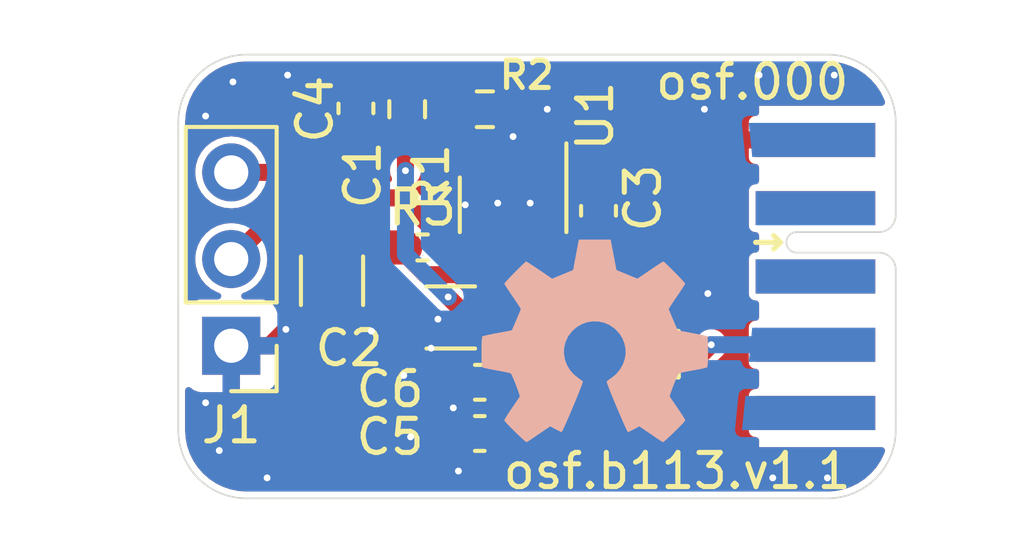
<source format=kicad_pcb>
(kicad_pcb (version 20221018) (generator pcbnew)
  (layers (0 "F.Cu" signal) (31 "B.Cu" signal) (34 "B.Paste" user) (35 "F.Paste" user) (36 "B.SilkS" user "B.Silkscreen") (37 "F.SilkS" user "F.Silkscreen") (38 "B.Mask" user) (39 "F.Mask" user) (44 "Edge.Cuts" user))
  (net 0 "")
  (net 1 "/step_down/in")
  (net 2 "GND")
  (net 3 "Net-(U1-BST)")
  (net 4 "/step_down/out")
  (net 5 "/step_down/EN")
  (net 14 "/step_down/SW")
  (net 15 "/step_down/FB")
  (footprint "Capacitor_SMD:C_0603_1608Metric" (layer "F.Cu") (at 145.2 91.575 90)
    (fp_text reference "C4" (at -0.025 -1.2 90) (layer "F.SilkS"))
    (fp_text value "d.n.p")
    (fp_line (start -0.14058 -0.51) (end 0.14058 -0.51) (stroke (width 0.12)) (layer "F.SilkS"))
    (fp_line (start -0.14058 0.51) (end 0.14058 0.51) (stroke (width 0.12)) (layer "F.SilkS"))
    (pad "1" smd roundrect (at -0.775 0 90) (size 0.9 0.95) (layers "F.Cu" "F.Paste" "F.Mask") (net 4 "/step_down/out"))
    (pad "2" smd roundrect (at 0.775 0 90) (size 0.9 0.95) (layers "F.Cu" "F.Paste" "F.Mask") (net 15 "/step_down/FB"))
  )
  (footprint "Capacitor_SMD:C_1206_3216Metric" (layer "F.Cu") (at 147.975 97.7 180)
    (fp_text reference "C2" (at 2.975 -0.9) (layer "F.SilkS"))
    (fp_text value "2.2uF")
    (fp_line (start -0.711252 -0.91) (end 0.711252 -0.91) (stroke (width 0.12)) (layer "F.SilkS"))
    (fp_line (start -0.711252 0.91) (end 0.711252 0.91) (stroke (width 0.12)) (layer "F.SilkS"))
    (pad "1" smd roundrect (at -1.475 0 180) (size 1.15 1.8) (layers "F.Cu" "F.Paste" "F.Mask") (roundrect_rratio 0.2173913043) (net 1 "/step_down/in"))
    (pad "2" smd roundrect (at 1.475 0 180) (size 1.15 1.8) (layers "F.Cu" "F.Paste" "F.Mask") (roundrect_rratio 0.2173913043) (net 2 "GND"))
  )
  (footprint "Capacitor_SMD:C_0603_1608Metric" (layer "F.Cu") (at 148.825 99.6 180)
    (fp_text reference "C6" (at 2.625 -0.2) (layer "F.SilkS"))
    (fp_text value "10uF")
    (fp_line (start -0.14058 -0.51) (end 0.14058 -0.51) (stroke (width 0.12)) (layer "F.SilkS"))
    (fp_line (start -0.14058 0.51) (end 0.14058 0.51) (stroke (width 0.12)) (layer "F.SilkS"))
    (pad "1" smd roundrect (at -0.775 0 180) (size 0.9 0.95) (layers "F.Cu" "F.Paste" "F.Mask") (net 4 "/step_down/out"))
    (pad "2" smd roundrect (at 0.775 0 180) (size 0.9 0.95) (layers "F.Cu" "F.Paste" "F.Mask") (net 2 "GND"))
  )
  (footprint "Resistor_SMD:R_0603_1608Metric" (layer "F.Cu") (at 148.975 91.6)
    (fp_text reference "R2" (at 1.225 -1) (layer "F.SilkS") (effects (font (size 0.8 0.8))))
    (fp_text value "22.1k")
    (fp_line (start -0.237258 -0.5225) (end 0.237258 -0.5225) (stroke (width 0.12)) (layer "F.SilkS"))
    (fp_line (start -0.237258 0.5225) (end 0.237258 0.5225) (stroke (width 0.12)) (layer "F.SilkS"))
    (pad "1" smd roundrect (at -0.825 0) (size 0.8 0.95) (layers "F.Cu" "F.Paste" "F.Mask") (net 15 "/step_down/FB"))
    (pad "2" smd roundrect (at 0.825 0) (size 0.8 0.95) (layers "F.Cu" "F.Paste" "F.Mask") (net 2 "GND"))
  )
  (footprint "Connector_PinHeader_2.54mm:PinHeader_1x03_P2.54mm_Vertical" (layer "F.Cu") (at 141.55 98.53 180)
    (fp_text reference "J1" (at 0 -2.33) (layer "F.SilkS"))
    (fp_text value "Conn_01x03_Male")
    (fp_line (start -1.33 -1.33) (end 0 -1.33) (stroke (width 0.12)) (layer "F.SilkS"))
    (fp_line (start -1.33 0) (end -1.33 -1.33) (stroke (width 0.12)) (layer "F.SilkS"))
    (fp_line (start -1.33 1.27) (end -1.33 6.41) (stroke (width 0.12)) (layer "F.SilkS"))
    (fp_line (start -1.33 1.27) (end 1.33 1.27) (stroke (width 0.12)) (layer "F.SilkS"))
    (fp_line (start -1.33 6.41) (end 1.33 6.41) (stroke (width 0.12)) (layer "F.SilkS"))
    (fp_line (start 1.33 1.27) (end 1.33 6.41) (stroke (width 0.12)) (layer "F.SilkS"))
    (pad "1" thru_hole rect (at 0 0 180) (size 1.7 1.7) (drill 1) (layers "*.Cu" "*.Mask") (net 2 "GND"))
    (pad "2" thru_hole oval (at 0 2.54 180) (size 1.7 1.7) (drill 1) (layers "*.Cu" "*.Mask") (net 1 "/step_down/in"))
    (pad "3" thru_hole oval (at 0 5.08 180) (size 1.7 1.7) (drill 1) (layers "*.Cu" "*.Mask") (net 5 "/step_down/EN"))
  )
  (footprint "Resistor_SMD:R_0402_1005Metric" (layer "F.Cu") (at 147.15 95.65)
    (fp_text reference "R3" (at 0 -1.17) (layer "F.SilkS"))
    (fp_text value "0R")
    (fp_line (start -0.153641 -0.38) (end 0.153641 -0.38) (stroke (width 0.12)) (layer "F.SilkS"))
    (fp_line (start -0.153641 0.38) (end 0.153641 0.38) (stroke (width 0.12)) (layer "F.SilkS"))
    (pad "1" smd roundrect (at -0.51 0) (size 0.54 0.64) (layers "F.Cu" "F.Paste" "F.Mask") (net 1 "/step_down/in"))
    (pad "2" smd roundrect (at 0.51 0) (size 0.54 0.64) (layers "F.Cu" "F.Paste" "F.Mask") (net 5 "/step_down/EN"))
  )
  (footprint "Package_TO_SOT_SMD:TSOT-23-6" (layer "F.Cu") (at 149.8 94.4 -90)
    (fp_text reference "U1" (at -2.6 -2.4 90) (layer "F.SilkS"))
    (fp_text value "AP64060")
    (fp_line (start 0 -1.56) (end -1.8 -1.56) (stroke (width 0.12)) (layer "F.SilkS"))
    (fp_line (start 0 -1.56) (end 0.8 -1.56) (stroke (width 0.12)) (layer "F.SilkS"))
    (fp_line (start 0 1.56) (end -0.8 1.56) (stroke (width 0.12)) (layer "F.SilkS"))
    (fp_line (start 0 1.56) (end 0.8 1.56) (stroke (width 0.12)) (layer "F.SilkS"))
    (pad "1" smd roundrect (at -1.1375 -0.95 270) (size 1.325 0.6) (layers "F.Cu" "F.Paste" "F.Mask") (net 3 "Net-(U1-BST)"))
    (pad "2" smd roundrect (at -1.1375 0 270) (size 1.325 0.6) (layers "F.Cu" "F.Paste" "F.Mask") (net 2 "GND"))
    (pad "3" smd roundrect (at -1.1375 0.95 270) (size 1.325 0.6) (layers "F.Cu" "F.Paste" "F.Mask") (net 15 "/step_down/FB"))
    (pad "4" smd roundrect (at 1.1375 0.95 270) (size 1.325 0.6) (layers "F.Cu" "F.Paste" "F.Mask") (net 5 "/step_down/EN"))
    (pad "5" smd roundrect (at 1.1375 0 270) (size 1.325 0.6) (layers "F.Cu" "F.Paste" "F.Mask") (net 1 "/step_down/in"))
    (pad "6" smd roundrect (at 1.1375 -0.95 270) (size 1.325 0.6) (layers "F.Cu" "F.Paste" "F.Mask") (net 14 "/step_down/SW"))
  )
  (footprint "Resistor_SMD:R_0603_1608Metric" (layer "F.Cu") (at 146.7 91.6 90)
    (fp_text reference "R1" (at -2 0.7 90) (layer "F.SilkS"))
    (fp_text value "69.8k")
    (fp_line (start -0.237258 -0.5225) (end 0.237258 -0.5225) (stroke (width 0.12)) (layer "F.SilkS"))
    (fp_line (start -0.237258 0.5225) (end 0.237258 0.5225) (stroke (width 0.12)) (layer "F.SilkS"))
    (pad "1" smd roundrect (at -0.825 0 90) (size 0.8 0.95) (layers "F.Cu" "F.Paste" "F.Mask") (net 4 "/step_down/out"))
    (pad "2" smd roundrect (at 0.825 0 90) (size 0.8 0.95) (layers "F.Cu" "F.Paste" "F.Mask") (net 15 "/step_down/FB"))
  )
  (footprint "Capacitor_SMD:C_0603_1608Metric" (layer "F.Cu") (at 148.825 101.1 180)
    (fp_text reference "C5" (at 2.625 -0.1) (layer "F.SilkS"))
    (fp_text value "10uF")
    (fp_line (start -0.14058 -0.51) (end 0.14058 -0.51) (stroke (width 0.12)) (layer "F.SilkS"))
    (fp_line (start -0.14058 0.51) (end 0.14058 0.51) (stroke (width 0.12)) (layer "F.SilkS"))
    (pad "1" smd roundrect (at -0.775 0 180) (size 0.9 0.95) (layers "F.Cu" "F.Paste" "F.Mask") (net 4 "/step_down/out"))
    (pad "2" smd roundrect (at 0.775 0 180) (size 0.9 0.95) (layers "F.Cu" "F.Paste" "F.Mask") (net 2 "GND"))
  )
  (footprint "on_edge:on_edge_2x05_host" (layer "F.Cu") (at 161 96.5 -90)
    (fp_text reference "J2")
    (fp_text value "003_power")
    (fp_line (start -1 3.373) (end -1.2 3.573) (stroke (width 0.153)) (layer "F.SilkS"))
    (fp_line (start -1 4.1) (end -1 3.373) (stroke (width 0.153)) (layer "F.SilkS"))
    (fp_line (start -0.8 3.573) (end -1 3.373) (stroke (width 0.153)) (layer "F.SilkS"))
    (fp_line (start -4 0) (end -1.8 0) (stroke (width 0.05)) (layer "Edge.Cuts"))
    (fp_line (start -1.3 0.5) (end -1.3 2.9) (stroke (width 0.05)) (layer "Edge.Cuts"))
    (fp_line (start -0.7 2.9) (end -0.7 0.5) (stroke (width 0.05)) (layer "Edge.Cuts"))
    (fp_line (start -0.2 0) (end 4 0) (stroke (width 0.05)) (layer "Edge.Cuts"))
    (fp_arc (start -1.8 0) (mid -1.446447 0.146447) (end -1.3 0.5) (stroke (width 0.05)) (layer "Edge.Cuts"))
    (fp_arc (start -0.7 0.5) (mid -0.553553 0.146447) (end -0.2 0) (stroke (width 0.05)) (layer "Edge.Cuts"))
    (fp_arc (start -0.7 2.9) (mid -1 3.2) (end -1.3 2.9) (stroke (width 0.05)) (layer "Edge.Cuts"))
    (pad "1" smd rect (at -4 2.35 270) (size 1 3.5) (layers "F.Cu" "F.Mask") (net 2 "GND"))
    (pad "2" smd rect (at -2 2.35 270) (size 1 3.5) (layers "F.Cu" "F.Mask"))
    (pad "3" smd rect (at 0 2.35 270) (size 1 3.5) (layers "F.Cu" "F.Mask"))
    (pad "4" smd rect (at 2 2.35 270) (size 1 3.5) (layers "F.Cu" "F.Mask"))
    (pad "5" smd rect (at 4 2.35 270) (size 1 3.5) (layers "F.Cu" "F.Mask"))
    (pad "6" smd custom (at -4 2.4 90) (size 1 3.6) (layers "B.Cu" "B.Mask") (options (clearance outline) (anchor rect)) (primitives (gr_poly (pts (xy 0.5 -1.8) (xy -0.5 -1.8) (xy 0.5 -1.9)) (width 0) (fill yes))))
    (pad "7" smd rect (at -2 2.35 90) (size 1 3.5) (layers "B.Cu" "B.Mask"))
    (pad "8" smd rect (at 0 2.35 90) (size 1 3.5) (layers "B.Cu" "B.Mask"))
    (pad "9" smd custom (at 2 2.4 90) (size 1 3.6) (layers "B.Cu" "B.Mask") (net 4 "/step_down/out") (options (clearance outline) (anchor rect)) (primitives (gr_poly (pts (xy 0.5 -1.8) (xy -0.5 -1.8) (xy -0.5 -1.9)) (width 0) (fill yes))))
    (pad "10" smd custom (at 4 2.5 90) (size 1 3.8) (layers "B.Cu" "B.Mask") (options (clearance outline) (anchor rect)) (primitives (gr_poly (pts (xy 0.5 -1.9) (xy -0.5 -1.9) (xy -0.5 -2)) (width 0) (fill yes))))
    (zone (net 0) (net_name "") (layers "F&B.Cu") (connect_pads (clearance 0)) (min_thickness 0.254)
      (keepout (tracks allowed) (vias not_allowed) (pads allowed) (copperpour not_allowed) (footprints not_allowed))
      (fill (thermal_gap 0.508) (thermal_bridge_width 0.508))
      (polygon (pts (xy 157 101.5) (xy 157 91.5) (xy 161 91.5) (xy 161 101.5)))
    )
  )
  (footprint "Capacitor_SMD:C_1206_3216Metric" (layer "F.Cu") (at 144.5 96.625 -90)
    (fp_text reference "C1" (at -3.1 -0.9 90) (layer "F.SilkS"))
    (fp_text value "2.2uF")
    (fp_line (start -0.711252 -0.91) (end 0.711252 -0.91) (stroke (width 0.12)) (layer "F.SilkS"))
    (fp_line (start -0.711252 0.91) (end 0.711252 0.91) (stroke (width 0.12)) (layer "F.SilkS"))
    (pad "1" smd roundrect (at -1.475 0 270) (size 1.15 1.8) (layers "F.Cu" "F.Paste" "F.Mask") (roundrect_rratio 0.2173913043) (net 1 "/step_down/in"))
    (pad "2" smd roundrect (at 1.475 0 270) (size 1.15 1.8) (layers "F.Cu" "F.Paste" "F.Mask") (roundrect_rratio 0.2173913043) (net 2 "GND"))
  )
  (footprint "Inductor_SMD:L_1210_3225Metric" (layer "F.Cu") (at 151.9 98.8 -90)
    (fp_text reference "L1" (at 0 -2.28 -90) (layer "F.SilkS"))
    (fp_text value "10uH")
    (fp_line (start -0.602064 -1.36) (end 0.602064 -1.36) (stroke (width 0.12)) (layer "F.SilkS"))
    (fp_line (start -0.602064 1.36) (end 0.602064 1.36) (stroke (width 0.12)) (layer "F.SilkS"))
    (pad "1" smd roundrect (at -1.4 0 270) (size 1.25 2.65) (layers "F.Cu" "F.Paste" "F.Mask") (roundrect_rratio 0.2) (net 14 "/step_down/SW"))
    (pad "2" smd roundrect (at 1.4 0 270) (size 1.25 2.65) (layers "F.Cu" "F.Paste" "F.Mask") (roundrect_rratio 0.2) (net 4 "/step_down/out"))
  )
  (footprint "Capacitor_SMD:C_0603_1608Metric" (layer "F.Cu") (at 152.3 94.575 90)
    (fp_text reference "C3" (at 0.375 1.3 90) (layer "F.SilkS"))
    (fp_text value "100nF")
    (fp_line (start -0.14058 -0.51) (end 0.14058 -0.51) (stroke (width 0.12)) (layer "F.SilkS"))
    (fp_line (start -0.14058 0.51) (end 0.14058 0.51) (stroke (width 0.12)) (layer "F.SilkS"))
    (pad "1" smd roundrect (at -0.775 0 90) (size 0.9 0.95) (layers "F.Cu" "F.Paste" "F.Mask") (net 14 "/step_down/SW"))
    (pad "2" smd roundrect (at 0.775 0 90) (size 0.9 0.95) (layers "F.Cu" "F.Paste" "F.Mask") (net 3 "Net-(U1-BST)"))
  )
  (footprint "Symbol:OSHW-Symbol_6.7x6mm_SilkScreen" (layer "B.Cu") (at 152.2 98.4 180)
    (fp_text reference "LOGO1" hide)
    (fp_text value "Logo_Open_Hardware_Small" hide)
    (fp_poly (pts (xy 0.555814 2.531069) (xy 0.639635 2.086445) (xy 0.94892 1.958947) (xy 1.258206 1.831449) (xy 1.629246 2.083754) (xy 1.733157 2.154004) (xy 1.827087 2.216728) (xy 1.906652 2.269062) (xy 1.96747 2.308143) (xy 2.005157 2.331107) (xy 2.015421 2.336058) (xy 2.03391 2.323324) (xy 2.07342 2.288118) (xy 2.129522 2.234938) (xy 2.197787 2.168282) (xy 2.273786 2.092646) (xy 2.353092 2.012528) (xy 2.431275 1.932426) (xy 2.503907 1.856836) (xy 2.566559 1.790255) (xy 2.614803 1.737182) (xy 2.64421 1.702113) (xy 2.651241 1.690377) (xy 2.641123 1.66874) (xy 2.612759 1.621338) (xy 2.569129 1.552807) (xy 2.513218 1.467785) (xy 2.448006 1.370907) (xy 2.410219 1.31565) (xy 2.341343 1.214752) (xy 2.28014 1.123701) (xy 2.229578 1.04703) (xy 2.192628 0.989272) (xy 2.172258 0.954957) (xy 2.169197 0.947746) (xy 2.176136 0.927252) (xy 2.195051 0.879487) (xy 2.223087 0.811168) (xy 2.257391 0.729011) (xy 2.295109 0.63973) (xy 2.333387 0.550042) (xy 2.36937 0.466662) (xy 2.400206 0.396306) (xy 2.423039 0.34569) (xy 2.435017 0.321529) (xy 2.435724 0.320578) (xy 2.454531 0.315964) (xy 2.504618 0.305672) (xy 2.580793 0.290713) (xy 2.677865 0.272099) (xy 2.790643 0.250841) (xy 2.856442 0.238582) (xy 2.97695 0.215638) (xy 3.085797 0.193805) (xy 3.177476 0.174278) (xy 3.246481 0.158252) (xy 3.287304 0.146921) (xy 3.295511 0.143326) (xy 3.303548 0.118994) (xy 3.310033 0.064041) (xy 3.31497 -0.015108) (xy 3.318364 -0.112026) (xy 3.320218 -0.220287) (xy 3.320538 -0.333465) (xy 3.319327 -0.445135) (xy 3.31659 -0.548868) (xy 3.312331 -0.638241) (xy 3.306555 -0.706826) (xy 3.299267 -0.748197) (xy 3.294895 -0.75681) (xy 3.268764 -0.767133) (xy 3.213393 -0.781892) (xy 3.136107 -0.799352) (xy 3.04423 -0.81778) (xy 3.012158 -0.823741) (xy 2.857524 -0.852066) (xy 2.735375 -0.874876) (xy 2.641673 -0.89308) (xy 2.572384 -0.907583) (xy 2.523471 -0.919292) (xy 2.490897 -0.929115) (xy 2.470628 -0.937956) (xy 2.458626 -0.946724) (xy 2.456947 -0.948457) (xy 2.440184 -0.976371) (xy 2.414614 -1.030695) (xy 2.382788 -1.104777) (xy 2.34726 -1.191965) (xy 2.310583 -1.285608) (xy 2.275311 -1.379052) (xy 2.243996 -1.465647) (xy 2.219193 -1.53874) (xy 2.203454 -1.591678) (xy 2.199332 -1.617811) (xy 2.199676 -1.618726) (xy 2.213641 -1.640086) (xy 2.245322 -1.687084) (xy 2.291391 -1.754827) (xy 2.348518 -1.838423) (xy 2.413373 -1.932982) (xy 2.431843 -1.959854) (xy 2.497699 -2.057275) (xy 2.55565 -2.146163) (xy 2.602538 -2.221412) (xy 2.635207 -2.27792) (xy 2.6505 -2.310581) (xy 2.651241 -2.314593) (xy 2.638392 -2.335684) (xy 2.602888 -2.377464) (xy 2.549293 -2.435445) (xy 2.482171 -2.505135) (xy 2.406087 -2.582045) (xy 2.325604 -2.661683) (xy 2.245287 -2.739561) (xy 2.169699 -2.811186) (xy 2.103405 -2.87207) (xy 2.050969 -2.917721) (xy 2.016955 -2.94365) (xy 2.007545 -2.947883) (xy 1.985643 -2.937912) (xy 1.9408 -2.91102) (xy 1.880321 -2.871736) (xy 1.833789 -2.840117) (xy 1.749475 -2.782098) (xy 1.649626 -2.713784) (xy 1.549473 -2.645579) (xy 1.495627 -2.609075) (xy 1.313371 -2.4858) (xy 1.160381 -2.56852) (xy 1.090682 -2.604759) (xy 1.031414 -2.632926) (xy 0.991311 -2.648991) (xy 0.981103 -2.651226) (xy 0.968829 -2.634722) (xy 0.944613 -2.588082) (xy 0.910263 -2.515609) (xy 0.867588 -2.421606) (xy 0.818394 -2.310374) (xy 0.76449 -2.186215) (xy 0.707684 -2.053432) (xy 0.649782 -1.916327) (xy 0.592593 -1.779202) (xy 0.537924 -1.646358) (xy 0.487584 -1.522098) (xy 0.44338 -1.410725) (xy 0.407119 -1.316539) (xy 0.380609 -1.243844) (xy 0.365658 -1.196941) (xy 0.363254 -1.180833) (xy 0.382311 -1.160286) (xy 0.424036 -1.126933) (xy 0.479706 -1.087702) (xy 0.484378 -1.084599) (xy 0.628264 -0.969423) (xy 0.744283 -0.835053) (xy 0.83143 -0.685784) (xy 0.888699 -0.525913) (xy 0.915086 -0.359737) (xy 0.909585 -0.191552) (xy 0.87119 -0.025655) (xy 0.798895 0.133658) (xy 0.777626 0.168513) (xy 0.666996 0.309263) (xy 0.536302 0.422286) (xy 0.390064 0.506997) (xy 0.232808 0.562806) (xy 0.069057 0.589126) (xy -0.096667 0.58537) (xy -0.259838 0.55095) (xy -0.415935 0.485277) (xy -0.560433 0.387765) (xy -0.605131 0.348187) (xy -0.718888 0.224297) (xy -0.801782 0.093876) (xy -0.858644 -0.052315) (xy -0.890313 -0.197088) (xy -0.898131 -0.35986) (xy -0.872062 -0.52344) (xy -0.814755 -0.682298) (xy -0.728856 -0.830906) (xy -0.617014 -0.963735) (xy -0.481877 -1.075256) (xy -0.464117 -1.087011) (xy -0.40785 -1.125508) (xy -0.365077 -1.158863) (xy -0.344628 -1.18016) (xy -0.344331 -1.180833) (xy -0.348721 -1.203871) (xy -0.366124 -1.256157) (xy -0.394732 -1.33339) (xy -0.432735 -1.431268) (xy -0.478326 -1.545491) (xy -0.529697 -1.671758) (xy -0.585038 -1.805767) (xy -0.642542 -1.943218) (xy -0.700399 -2.079808) (xy -0.756802 -2.211237) (xy -0.809942 -2.333205) (xy -0.85801 -2.441409) (xy -0.899199 -2.531549) (xy -0.931699 -2.599323) (xy -0.953703 -2.64043) (xy -0.962564 -2.651226) (xy -0.98964 -2.642819) (xy -1.040303 -2.620272) (xy -1.105817 -2.587613) (xy -1.141841 -2.56852) (xy -1.294832 -2.4858) (xy -1.477088 -2.609075) (xy -1.570125 -2.672228) (xy -1.671985 -2.741727) (xy -1.767438 -2.807165) (xy -1.81525 -2.840117) (xy -1.882495 -2.885273) (xy -1.939436 -2.921057) (xy -1.978646 -2.942938) (xy -1.991381 -2.947563) (xy -2.009917 -2.935085) (xy -2.050941 -2.900252) (xy -2.110475 -2.846678) (xy -2.184542 -2.777983) (xy -2.269165 -2.697781) (xy -2.322685 -2.646286) (xy -2.416319 -2.554286) (xy -2.497241 -2.471999) (xy -2.562177 -2.402945) (xy -2.607858 -2.350644) (xy -2.631011 -2.318616) (xy -2.633232 -2.312116) (xy -2.622924 -2.287394) (xy -2.594439 -2.237405) (xy -2.550937 -2.167212) (xy -2.495577 -2.081875) (xy -2.43152 -1.986456) (xy -2.413303 -1.959854) (xy -2.346927 -1.863167) (xy -2.287378 -1.776117) (xy -2.237984 -1.703595) (xy -2.202075 -1.650493) (xy -2.182981 -1.621703) (xy -2.181136 -1.618726) (xy -2.183895 -1.595782) (xy -2.198538 -1.545336) (xy -2.222513 -1.474041) (xy -2.253266 -1.388547) (xy -2.288244 -1.295507) (xy -2.324893 -1.201574) (xy -2.360661 -1.113399) (xy -2.392994 -1.037634) (xy -2.419338 -0.980931) (xy -2.437142 -0.949943) (xy -2.438407 -0.948457) (xy -2.449294 -0.939601) (xy -2.467682 -0.930843) (xy -2.497606 -0.921277) (xy -2.543103 -0.909996) (xy -2.608209 -0.896093) (xy -2.696961 -0.878663) (xy -2.813393 -0.856798) (xy -2.961542 -0.829591) (xy -2.993618 -0.823741) (xy -3.088686 -0.805374) (xy -3.171565 -0.787405) (xy -3.23493 -0.771569) (xy -3.271458 -0.7596) (xy -3.276356 -0.75681) (xy -3.284427 -0.732072) (xy -3.290987 -0.67679) (xy -3.296033 -0.597389) (xy -3.299559 -0.500296) (xy -3.301561 -0.391938) (xy -3.302036 -0.27874) (xy -3.300977 -0.167128) (xy -3.298382 -0.063529) (xy -3.294246 0.025632) (xy -3.288563 0.093928) (xy -3.281331 0.134934) (xy -3.276971 0.143326) (xy -3.252698 0.151792) (xy -3.197426 0.165565) (xy -3.116662 0.18345) (xy -3.015912 0.204252) (xy -2.900683 0.226777) (xy -2.837902 0.238582) (xy -2.718787 0.260849) (xy -2.612565 0.281021) (xy -2.524427 0.298085) (xy -2.459566 0.311031) (xy -2.423174 0.318845) (xy -2.417184 0.320578) (xy -2.407061 0.34011) (xy -2.385662 0.387157) (xy -2.355839 0.454997) (xy -2.320445 0.536909) (xy -2.282332 0.626172) (xy -2.244353 0.716065) (xy -2.20936 0.799865) (xy -2.180206 0.870853) (xy -2.159743 0.922306) (xy -2.150823 0.947503) (xy -2.150657 0.948604) (xy -2.160769 0.968481) (xy -2.189117 1.014223) (xy -2.232723 1.081283) (xy -2.288606 1.165116) (xy -2.353787 1.261174) (xy -2.391679 1.31635) (xy -2.460725 1.417519) (xy -2.52205 1.50937) (xy -2.572663 1.587256) (xy -2.609571 1.646531) (xy -2.629782 1.682549) (xy -2.632701 1.690623) (xy -2.620153 1.709416) (xy -2.585463 1.749543) (xy -2.533063 1.806507) (xy -2.467384 1.875815) (xy -2.392856 1.952969) (xy -2.313913 2.033475) (xy -2.234983 2.112837) (xy -2.1605 2.18656) (xy -2.094894 2.250148) (xy -2.042596 2.299106) (xy -2.008039 2.328939) (xy -1.996478 2.336058) (xy -1.977654 2.326047) (xy -1.932631 2.297922) (xy -1.865787 2.254546) (xy -1.781499 2.198782) (xy -1.684144 2.133494) (xy -1.610707 2.083754) (xy -1.239667 1.831449) (xy -0.621095 2.086445) (xy -0.537275 2.531069) (xy -0.453454 2.975693) (xy 0.471994 2.975693) (xy 0.555814 2.531069)) (stroke (width 0.01)) (fill solid) (layer "B.SilkS"))
  )
  (gr_line (start 140 101) (end 140 92) (stroke (width 0.05)) (layer "Edge.Cuts"))
  (gr_line (start 161 92.5) (end 161 92) (stroke (width 0.05)) (layer "Edge.Cuts"))
  (gr_line (start 142 90) (end 159 90) (stroke (width 0.05)) (layer "Edge.Cuts"))
  (gr_arc (start 161 101) (mid 160.414214 102.414214) (end 159 103) (stroke (width 0.05)) (layer "Edge.Cuts"))
  (gr_line (start 159 103) (end 142 103) (stroke (width 0.05)) (layer "Edge.Cuts"))
  (gr_arc (start 159 90) (mid 160.414214 90.585786) (end 161 92) (stroke (width 0.05)) (layer "Edge.Cuts"))
  (gr_arc (start 142 103) (mid 140.585786 102.414214) (end 140 101) (stroke (width 0.05)) (layer "Edge.Cuts"))
  (gr_arc (start 140 92) (mid 140.585786 90.585786) (end 142 90) (stroke (width 0.05)) (layer "Edge.Cuts"))
  (gr_line (start 161 101) (end 161 100.5) (stroke (width 0.05)) (layer "Edge.Cuts"))
  (gr_text "osf.b113.v1.1" (at 154.6 102.2) (layer "F.SilkS") (effects (font (size 1 1))))
  (gr_text "osf.000" (at 156.8 90.8) (layer "F.SilkS") (effects (font (size 1 1))))
  (segment (start 146.64 95.65) (end 145 95.65) (width 1) (layer "F.Cu") (net 1))
  (segment (start 142.39 95.15) (end 141.55 95.99) (width 0.5) (layer "F.Cu") (net 1))
  (segment (start 148.197 96.447) (end 147.237 96.447) (width 0.5) (layer "F.Cu") (net 1))
  (segment (start 147.237 96.447) (end 146.64 95.85) (width 0.5) (layer "F.Cu") (net 1))
  (segment (start 149.8 97.35) (end 149.45 97.7) (width 0.5) (layer "F.Cu") (net 1))
  (segment (start 149.8 95.5375) (end 149.8 97.35) (width 0.5) (layer "F.Cu") (net 1))
  (segment (start 145 95.65) (end 144.5 95.15) (width 1) (layer "F.Cu") (net 1))
  (segment (start 149.45 97.7) (end 148.197 96.447) (width 0.5) (layer "F.Cu") (net 1))
  (segment (start 144.5 95.15) (end 142.39 95.15) (width 0.5) (layer "F.Cu") (net 1))
  (segment (start 146.64 95.85) (end 146.64 95.65) (width 0.5) (layer "F.Cu") (net 1))
  (segment (start 147.4 98.6) (end 146.5 97.7) (width 1) (layer "F.Cu") (net 2))
  (segment (start 148.05 99.6) (end 148 99.6) (width 1) (layer "F.Cu") (net 2))
  (segment (start 143.15 98.05) (end 144.45 98.05) (width 0.5) (layer "F.Cu") (net 2))
  (segment (start 147.6 98.4) (end 147.4 98.6) (width 0.5) (layer "F.Cu") (net 2))
  (segment (start 149.298 94.302) (end 149.25 94.35) (width 0.5) (layer "F.Cu") (net 2))
  (segment (start 144.45 98.05) (end 144.5 98.1) (width 0.5) (layer "F.Cu") (net 2))
  (segment (start 158.65 92.5) (end 156.3 92.5) (width 0.5) (layer "F.Cu") (net 2))
  (segment (start 149.8 91.6) (end 150.8 91.6) (width 1) (layer "F.Cu") (net 2))
  (segment (start 141.55 98.53) (end 142.67 98.53) (width 0.5) (layer "F.Cu") (net 2))
  (segment (start 149.25 94.35) (end 149.35 94.35) (width 0.5) (layer "F.Cu") (net 2))
  (segment (start 148.05 101.1) (end 148.05 100.35) (width 1) (layer "F.Cu") (net 2))
  (segment (start 144.5 98.1) (end 145.65 98.1) (width 0.5) (layer "F.Cu") (net 2))
  (segment (start 149.8 93.8) (end 149.8 93.2625) (width 0.5) (layer "F.Cu") (net 2))
  (segment (start 156.3 92.5) (end 155.4 91.6) (width 0.5) (layer "F.Cu") (net 2))
  (segment (start 149.8 91.6) (end 149.8 92.4) (width 0.5) (layer "F.Cu") (net 2))
  (segment (start 145.65 98.1) (end 146.1 98.1) (width 0.5) (layer "F.Cu") (net 2))
  (segment (start 149.35 94.35) (end 149.35 94.25) (width 0.5) (layer "F.Cu") (net 2))
  (segment (start 147.4 99) (end 147.4 98.6) (width 1) (layer "F.Cu") (net 2))
  (segment (start 148.05 100.35) (end 148.05 99.6) (width 1) (layer "F.Cu") (net 2))
  (segment (start 142.67 98.53) (end 143.15 98.05) (width 0.5) (layer "F.Cu") (net 2))
  (segment (start 150.8 91.6) (end 155.4 91.6) (width 1) (layer "F.Cu") (net 2))
  (segment (start 148.677709 94.302) (end 149.298 94.302) (width 0.5) (layer "F.Cu") (net 2))
  (segment (start 150.3 94.35) (end 149.35 94.35) (width 0.5) (layer "F.Cu") (net 2))
  (segment (start 148 99.6) (end 147.4 99) (width 1) (layer "F.Cu") (net 2))
  (segment (start 149.35 94.25) (end 149.8 93.8) (width 0.5) (layer "F.Cu") (net 2))
  (segment (start 146.1 98.1) (end 146.5 97.7) (width 0.5) (layer "F.Cu") (net 2))
  (segment (start 149.8 92.4) (end 149.8 93.2625) (width 0.5) (layer "F.Cu") (net 2))
  (segment (start 147.6 97.75) (end 147.6 98.4) (width 0.5) (layer "F.Cu") (net 2))
  (via (at 148.2 102.2) (size 0.5) (drill 0.2) (layers "F.Cu" "B.Cu") (net 2))
  (via (at 150.3 94.35) (size 0.5) (drill 0.2) (layers "F.Cu" "B.Cu") (net 2))
  (via (at 159.2 90.6) (size 0.5) (drill 0.2) (layers "F.Cu" "B.Cu") (net 2))
  (via (at 146.6 99.4) (size 0.5) (drill 0.2) (layers "F.Cu" "B.Cu") (net 2))
  (via (at 145.65 98.1) (size 0.5) (drill 0.2) (layers "F.Cu" "B.Cu") (net 2))
  (via (at 141.6 90.8) (size 0.5) (drill 0.2) (layers "F.Cu" "B.Cu") (net 2))
  (via (at 143.2 90.6) (size 0.5) (drill 0.2) (layers "F.Cu" "B.Cu") (net 2))
  (via (at 150.8 91.6) (size 0.5) (drill 0.2) (layers "F.Cu" "B.Cu") (net 2))
  (via (at 146.8 101.2) (size 0.5) (drill 0.2) (layers "F.Cu" "B.Cu") (net 2))
  (via (at 140.8 91.8) (size 0.5) (drill 0.2) (layers "F.Cu" "B.Cu") (net 2))
  (via (at 159 102.4) (size 0.5) (drill 0.2) (layers "F.Cu" "B.Cu") (net 2))
  (via (at 157 90.6) (size 0.5) (drill 0.2) (layers "F.Cu" "B.Cu") (net 2))
  (via (at 147.4 98.6) (size 0.5) (drill 0.2) (layers "F.Cu" "B.Cu") (net 2))
  (via (at 148.05 100.35) (size 0.5) (drill 0.2) (layers "F.Cu" "B.Cu") (net 2))
  (via (at 157.4 102.4) (size 0.5) (drill 0.2) (layers "F.Cu" "B.Cu") (net 2))
  (via (at 149.8 92.4) (size 0.5) (drill 0.2) (layers "F.Cu" "B.Cu") (net 2))
  (via (at 155.5 97) (size 0.5) (drill 0.2) (layers "F.Cu" "B.Cu") (net 2))
  (via (at 148.4 94.4) (size 0.5) (drill 0.2) (layers "F.Cu" "B.Cu") (net 2))
  (via (at 147.6 97.75) (size 0.5) (drill 0.2) (layers "F.Cu" "B.Cu") (net 2))
  (via (at 143.15 98.05) (size 0.5) (drill 0.2) (layers "F.Cu" "B.Cu") (net 2))
  (via (at 142.6 102.4) (size 0.5) (drill 0.2) (layers "F.Cu" "B.Cu") (net 2))
  (via (at 140.8 100.2) (size 0.5) (drill 0.2) (layers "F.Cu" "B.Cu") (net 2))
  (via (at 149.35 94.35) (size 0.5) (drill 0.2) (layers "F.Cu" "B.Cu") (net 2))
  (via (at 155.4 91.6) (size 0.5) (drill 0.2) (layers "F.Cu" "B.Cu") (net 2))
  (via (at 141.2 101.6) (size 0.5) (drill 0.2) (layers "F.Cu" "B.Cu") (net 2))
  (segment (start 150.8 95.440266) (end 147.640266 98.6) (width 1) (layer "B.Cu") (net 2))
  (segment (start 148.65 94.65) (end 148.4 94.4) (width 0.5) (layer "B.Cu") (net 2))
  (segment (start 150.8 91.6) (end 150.8 95.440266) (width 1) (layer "B.Cu") (net 2))
  (segment (start 148.4 94.4) (end 148.4 94.263288) (width 0.5) (layer "B.Cu") (net 2))
  (segment (start 147.6 97.75) (end 148.136712 97.75) (width 0.5) (layer "B.Cu") (net 2))
  (segment (start 143.15 90.65) (end 143.15 98.05) (width 0.5) (layer "B.Cu") (net 2))
  (segment (start 144.736712 90.6) (end 143.2 90.6) (width 0.5) (layer "B.Cu") (net 2))
  (segment (start 147.640266 98.6) (end 147.4 98.6) (width 1) (layer "B.Cu") (net 2))
  (segment (start 148.4 94.263288) (end 144.736712 90.6) (width 0.5) (layer "B.Cu") (net 2))
  (segment (start 148.65 97.236712) (end 148.65 94.65) (width 0.5) (layer "B.Cu") (net 2))
  (segment (start 143.2 90.6) (end 143.15 90.65) (width 0.5) (layer "B.Cu") (net 2))
  (segment (start 148.136712 97.75) (end 148.65 97.236712) (width 0.5) (layer "B.Cu") (net 2))
  (segment (start 150.75 93.55) (end 151.1 93.9) (width 0.5) (layer "F.Cu") (net 3))
  (segment (start 150.75 93.2625) (end 150.75 93.55) (width 0.5) (layer "F.Cu") (net 3))
  (segment (start 152.2 93.9) (end 152.3 93.8) (width 0.5) (layer "F.Cu") (net 3))
  (segment (start 151.1 93.9) (end 152.2 93.9) (width 0.5) (layer "F.Cu") (net 3))
  (segment (start 148.277 97.477) (end 147.9 97.1) (width 0.5) (layer "F.Cu") (net 4))
  (segment (start 145.2 92.35) (end 146.625 92.35) (width 0.5) (layer "F.Cu") (net 4))
  (segment (start 146.625 92.35) (end 146.7 92.425) (width 0.5) (layer "F.Cu") (net 4))
  (segment (start 146.65 93.4) (end 146.65 92.475) (width 0.5) (layer "F.Cu") (net 4))
  (segment (start 151.7 99.6) (end 154.5 99.6) (width 0.5) (layer "F.Cu") (net 4))
  (segment (start 146.65 92.475) (end 146.7 92.425) (width 0.5) (layer "F.Cu") (net 4))
  (segment (start 149.481362 99.6) (end 148.277 98.395638) (width 0.5) (layer "F.Cu") (net 4))
  (segment (start 149.6 101.1) (end 149.6 99.6) (width 0.5) (layer "F.Cu") (net 4))
  (segment (start 149.6 99.6) (end 149.481362 99.6) (width 0.5) (layer "F.Cu") (net 4))
  (segment (start 154.5 99.6) (end 155.6 98.5) (width 0.5) (layer "F.Cu") (net 4))
  (segment (start 148.277 98.395638) (end 148.277 97.477) (width 0.5) (layer "F.Cu") (net 4))
  (segment (start 151.7 99.6) (end 149.6 99.6) (width 0.5) (layer "F.Cu") (net 4))
  (via (at 147.9 97.1) (size 0.5) (drill 0.2) (layers "F.Cu" "B.Cu") (net 4))
  (via (at 155.6 98.5) (size 0.5) (drill 0.2) (layers "F.Cu" "B.Cu") (net 4))
  (via (at 146.65 93.4) (size 0.5) (drill 0.2) (layers "F.Cu" "B.Cu") (net 4))
  (segment (start 146.65 95.85) (end 146.65 93.4) (width 0.5) (layer "B.Cu") (net 4))
  (segment (start 147.9 97.1) (end 146.65 95.85) (width 0.5) (layer "B.Cu") (net 4))
  (segment (start 155.6 98.5) (end 158.6 98.5) (width 0.5) (layer "B.Cu") (net 4))
  (segment (start 142.952 93.45) (end 141.55 93.45) (width 0.5) (layer "F.Cu") (net 5))
  (segment (start 143.7 94.198) (end 142.952 93.45) (width 0.5) (layer "F.Cu") (net 5))
  (segment (start 146.527999 94.198) (end 143.7 94.198) (width 0.5) (layer "F.Cu") (net 5))
  (segment (start 147.7725 95.5375) (end 147.66 95.65) (width 0.5) (layer "F.Cu") (net 5))
  (segment (start 148.85 95.5375) (end 147.7725 95.5375) (width 0.5) (layer "F.Cu") (net 5))
  (segment (start 147.66 95.330001) (end 146.527999 94.198) (width 0.5) (layer "F.Cu") (net 5))
  (segment (start 147.66 95.65) (end 147.66 95.330001) (width 0.5) (layer "F.Cu") (net 5))
  (segment (start 152.05 97.45) (end 152.5 97) (width 1) (layer "F.Cu") (net 14))
  (segment (start 152.5 97) (end 152.5 95.925) (width 1) (layer "F.Cu") (net 14))
  (segment (start 151.7 97.45) (end 151.7 95.95) (width 1) (layer "F.Cu") (net 14))
  (segment (start 150.75 96.5) (end 151.7 97.45) (width 1) (layer "F.Cu") (net 14))
  (segment (start 152.1125 95.5375) (end 152.3 95.35) (width 1) (layer "F.Cu") (net 14))
  (segment (start 150.75 95.5375) (end 152.1125 95.5375) (width 1) (layer "F.Cu") (net 14))
  (segment (start 151.7 97.45) (end 152.05 97.45) (width 1) (layer "F.Cu") (net 14))
  (segment (start 152.5 95.925) (end 152.1125 95.5375) (width 1) (layer "F.Cu") (net 14))
  (segment (start 150.75 95.5375) (end 150.75 96.5) (width 1) (layer "F.Cu") (net 14))
  (segment (start 151.7 95.95) (end 152.3 95.35) (width 1) (layer "F.Cu") (net 14))
  (segment (start 146.675 90.8) (end 146.7 90.775) (width 0.5) (layer "F.Cu") (net 15))
  (segment (start 148.85 92.25) (end 148.85 93.2625) (width 0.5) (layer "F.Cu") (net 15))
  (segment (start 147.325 90.775) (end 148.15 91.6) (width 0.5) (layer "F.Cu") (net 15))
  (segment (start 146.7 90.775) (end 147.325 90.775) (width 0.5) (layer "F.Cu") (net 15))
  (segment (start 148.2 91.6) (end 148.85 92.25) (width 0.5) (layer "F.Cu") (net 15))
  (segment (start 148.15 91.6) (end 148.2 91.6) (width 0.5) (layer "F.Cu") (net 15))
  (segment (start 145.2 90.8) (end 146.675 90.8) (width 0.5) (layer "F.Cu") (net 15))
  (zone (net 2) (net_name "GND") (layers "F&B.Cu") (connect_pads (clearance 0.2)) (min_thickness 0.2) (fill yes (thermal_gap 0.508) (thermal_bridge_width 0.508))
    (polygon (pts (xy 164.1 103.6) (xy 138.2 104.1) (xy 138.2 89) (xy 164.1 88.4)))
  )
)
</source>
